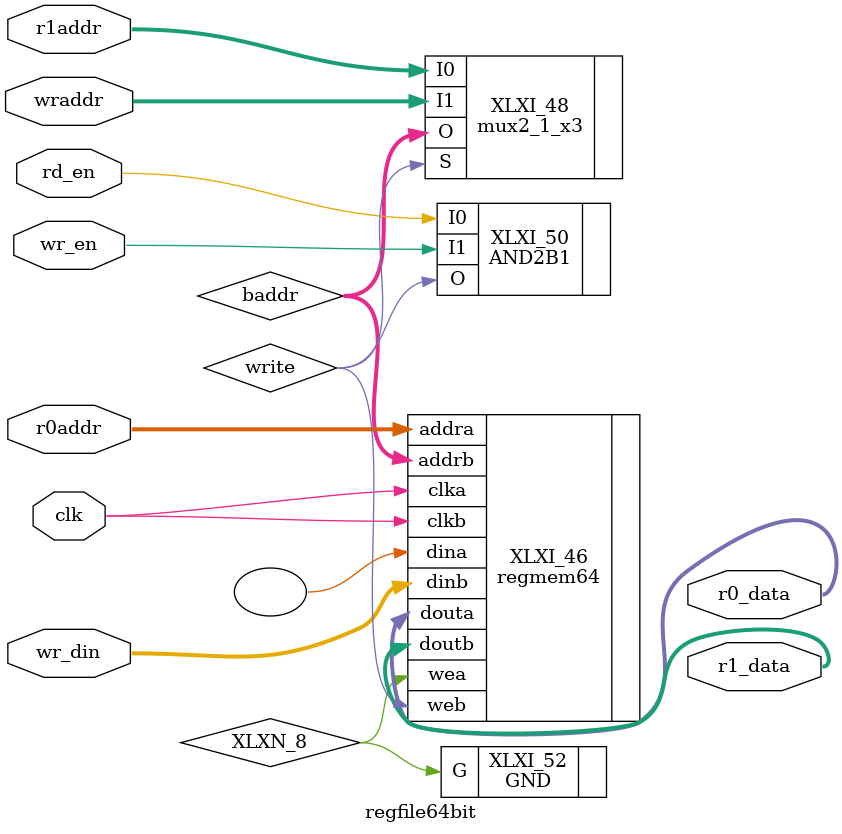
<source format=v>
`timescale 1ns / 1ps

module regfile64bit(clk, 
                    rd_en, 
                    r0addr, 
                    r1addr, 
                    wraddr, 
                    wr_din, 
                    wr_en, 
                    r0_data, 
                    r1_data);

    input clk;
    input rd_en;
    input [2:0] r0addr;
    input [2:0] r1addr;
    input [2:0] wraddr;
    input [63:0] wr_din;
    input wr_en;
   output [63:0] r0_data;
   output [63:0] r1_data;
   
   wire [2:0] baddr;
   wire write;
   wire [0:0] XLXN_8;
   
   regmem64 XLXI_46 (.addra(r0addr[2:0]), 
                     .addrb(baddr[2:0]), 
                     .clka(clk), 
                     .clkb(clk), 
                     .dina(), 
                     .dinb(wr_din[63:0]), 
                     .wea(XLXN_8[0]), 
                     .web(write), 
                     .douta(r0_data[63:0]), 
                     .doutb(r1_data[63:0]));
   mux2_1_x3 XLXI_48 (.I0(r1addr[2:0]), 
                      .I1(wraddr[2:0]), 
                      .S(write), 
                      .O(baddr[2:0]));
   AND2B1 XLXI_50 (.I0(rd_en), 
                   .I1(wr_en), 
                   .O(write));
   GND XLXI_52 (.G(XLXN_8[0]));
endmodule

</source>
